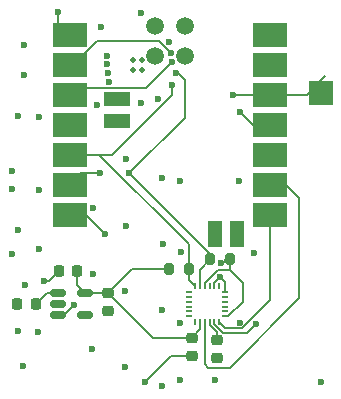
<source format=gbr>
%TF.GenerationSoftware,KiCad,Pcbnew,9.0.4*%
%TF.CreationDate,2025-11-03T10:18:42-05:00*%
%TF.ProjectId,Perpetuality,50657270-6574-4756-916c-6974792e6b69,rev?*%
%TF.SameCoordinates,Original*%
%TF.FileFunction,Copper,L1,Top*%
%TF.FilePolarity,Positive*%
%FSLAX46Y46*%
G04 Gerber Fmt 4.6, Leading zero omitted, Abs format (unit mm)*
G04 Created by KiCad (PCBNEW 9.0.4) date 2025-11-03 10:18:42*
%MOMM*%
%LPD*%
G01*
G04 APERTURE LIST*
G04 Aperture macros list*
%AMRoundRect*
0 Rectangle with rounded corners*
0 $1 Rounding radius*
0 $2 $3 $4 $5 $6 $7 $8 $9 X,Y pos of 4 corners*
0 Add a 4 corners polygon primitive as box body*
4,1,4,$2,$3,$4,$5,$6,$7,$8,$9,$2,$3,0*
0 Add four circle primitives for the rounded corners*
1,1,$1+$1,$2,$3*
1,1,$1+$1,$4,$5*
1,1,$1+$1,$6,$7*
1,1,$1+$1,$8,$9*
0 Add four rect primitives between the rounded corners*
20,1,$1+$1,$2,$3,$4,$5,0*
20,1,$1+$1,$4,$5,$6,$7,0*
20,1,$1+$1,$6,$7,$8,$9,0*
20,1,$1+$1,$8,$9,$2,$3,0*%
G04 Aperture macros list end*
%TA.AperFunction,SMDPad,CuDef*%
%ADD10R,2.000000X2.000000*%
%TD*%
%TA.AperFunction,SMDPad,CuDef*%
%ADD11RoundRect,0.050000X-0.225000X-0.050000X0.225000X-0.050000X0.225000X0.050000X-0.225000X0.050000X0*%
%TD*%
%TA.AperFunction,SMDPad,CuDef*%
%ADD12RoundRect,0.050000X0.050000X-0.225000X0.050000X0.225000X-0.050000X0.225000X-0.050000X-0.225000X0*%
%TD*%
%TA.AperFunction,SMDPad,CuDef*%
%ADD13RoundRect,0.200000X-0.200000X-0.275000X0.200000X-0.275000X0.200000X0.275000X-0.200000X0.275000X0*%
%TD*%
%TA.AperFunction,SMDPad,CuDef*%
%ADD14RoundRect,0.225000X-0.250000X0.225000X-0.250000X-0.225000X0.250000X-0.225000X0.250000X0.225000X0*%
%TD*%
%TA.AperFunction,SMDPad,CuDef*%
%ADD15RoundRect,0.150000X-0.512500X-0.150000X0.512500X-0.150000X0.512500X0.150000X-0.512500X0.150000X0*%
%TD*%
%TA.AperFunction,SMDPad,CuDef*%
%ADD16RoundRect,0.225000X0.225000X0.250000X-0.225000X0.250000X-0.225000X-0.250000X0.225000X-0.250000X0*%
%TD*%
%TA.AperFunction,SMDPad,CuDef*%
%ADD17R,3.000000X2.000000*%
%TD*%
%TA.AperFunction,SMDPad,CuDef*%
%ADD18RoundRect,0.750000X-0.000010X-0.000010X0.000010X-0.000010X0.000010X0.000010X-0.000010X0.000010X0*%
%TD*%
%TA.AperFunction,SMDPad,CuDef*%
%ADD19R,1.300000X2.300000*%
%TD*%
%TA.AperFunction,SMDPad,CuDef*%
%ADD20R,2.300000X1.300000*%
%TD*%
%TA.AperFunction,SMDPad,CuDef*%
%ADD21RoundRect,0.200000X0.200000X0.275000X-0.200000X0.275000X-0.200000X-0.275000X0.200000X-0.275000X0*%
%TD*%
%TA.AperFunction,ComponentPad*%
%ADD22C,0.508000*%
%TD*%
%TA.AperFunction,ViaPad*%
%ADD23C,0.600000*%
%TD*%
%TA.AperFunction,Conductor*%
%ADD24C,0.200000*%
%TD*%
G04 APERTURE END LIST*
D10*
%TO.P,J1,1,Pin_1*%
%TO.N,3V3*%
X80462500Y-71945000D03*
%TD*%
D11*
%TO.P,U3,1,NC*%
%TO.N,unconnected-(U3-NC-Pad1)*%
X69300000Y-88800000D03*
%TO.P,U3,2,NC*%
%TO.N,unconnected-(U3-NC-Pad2)*%
X69300000Y-89200000D03*
%TO.P,U3,3,NC*%
%TO.N,unconnected-(U3-NC-Pad3)*%
X69300000Y-89600000D03*
%TO.P,U3,4,NC*%
%TO.N,unconnected-(U3-NC-Pad4)*%
X69300000Y-90000000D03*
%TO.P,U3,5,NC*%
%TO.N,unconnected-(U3-NC-Pad5)*%
X69300000Y-90400000D03*
%TO.P,U3,6,NC*%
%TO.N,unconnected-(U3-NC-Pad6)*%
X69300000Y-90800000D03*
D12*
%TO.P,U3,7,AUX_CL*%
%TO.N,unconnected-(U3-AUX_CL-Pad7)*%
X69800000Y-91300000D03*
%TO.P,U3,8,VDDIO*%
%TO.N,1V8*%
X70200000Y-91300000D03*
%TO.P,U3,9,SDO/AD0*%
%TO.N,AD0*%
X70600000Y-91300000D03*
%TO.P,U3,10,REGOUT*%
%TO.N,Net-(U3-REGOUT)*%
X71000000Y-91300000D03*
%TO.P,U3,11,FSYNC*%
%TO.N,FSYNC*%
X71400000Y-91300000D03*
%TO.P,U3,12,INT1*%
%TO.N,INT1*%
X71800000Y-91300000D03*
D11*
%TO.P,U3,13,VDD*%
%TO.N,1V8*%
X72300000Y-90800000D03*
%TO.P,U3,14,NC*%
%TO.N,unconnected-(U3-NC-Pad14)*%
X72300000Y-90400000D03*
%TO.P,U3,15,NC*%
%TO.N,unconnected-(U3-NC-Pad15)*%
X72300000Y-90000000D03*
%TO.P,U3,16,NC*%
%TO.N,unconnected-(U3-NC-Pad16)*%
X72300000Y-89600000D03*
%TO.P,U3,17,NC*%
%TO.N,unconnected-(U3-NC-Pad17)*%
X72300000Y-89200000D03*
%TO.P,U3,18,GND*%
%TO.N,GNDD*%
X72300000Y-88800000D03*
D12*
%TO.P,U3,19,RESV*%
%TO.N,unconnected-(U3-RESV-Pad19)*%
X71800000Y-88300000D03*
%TO.P,U3,20,GND*%
%TO.N,GNDD*%
X71400000Y-88300000D03*
%TO.P,U3,21,AUX_DA*%
%TO.N,unconnected-(U3-AUX_DA-Pad21)*%
X71000000Y-88300000D03*
%TO.P,U3,22,~{CS}*%
%TO.N,1V8*%
X70600000Y-88300000D03*
%TO.P,U3,23,SCL/SCLK*%
%TO.N,SCL*%
X70200000Y-88300000D03*
%TO.P,U3,24,SDA/SDI*%
%TO.N,SDA*%
X69800000Y-88300000D03*
%TD*%
D13*
%TO.P,R8,1*%
%TO.N,SCL*%
X71075000Y-86000000D03*
%TO.P,R8,2*%
%TO.N,1V8*%
X72725000Y-86000000D03*
%TD*%
D14*
%TO.P,C3,1*%
%TO.N,1V8*%
X69500000Y-92625000D03*
%TO.P,C3,2*%
%TO.N,GNDD*%
X69500000Y-94175000D03*
%TD*%
D15*
%TO.P,U2,1,IN*%
%TO.N,3V3*%
X58162500Y-88850000D03*
%TO.P,U2,2,GND*%
%TO.N,GNDD*%
X58162500Y-89800000D03*
%TO.P,U2,3,EN*%
%TO.N,EN*%
X58162500Y-90750000D03*
%TO.P,U2,4,PG*%
%TO.N,unconnected-(U2-PG-Pad4)*%
X60437500Y-90750000D03*
%TO.P,U2,5,OUT*%
%TO.N,1V8*%
X60437500Y-88850000D03*
%TD*%
D16*
%TO.P,C4,1*%
%TO.N,1V8*%
X59775000Y-87000000D03*
%TO.P,C4,2*%
%TO.N,GNDD*%
X58225000Y-87000000D03*
%TD*%
D17*
%TO.P,U1,1,P0.02_A0_D0*%
%TO.N,A0*%
X59163500Y-66980000D03*
%TO.P,U1,2,P0.03_A1_D1*%
%TO.N,\u002ARESET*%
X59163500Y-69520000D03*
%TO.P,U1,3,P0.28_A2_D2*%
%TO.N,\u002AINT*%
X59163500Y-72060000D03*
%TO.P,U1,4,P0.29_A3_D3*%
%TO.N,unconnected-(U1-P0.29_A3_D3-Pad4)*%
X59163500Y-74600000D03*
%TO.P,U1,5,P0.04_A4_D4_SDA*%
%TO.N,SDA*%
X59163500Y-77140000D03*
%TO.P,U1,6,P0.05_A5_D5_SCL*%
%TO.N,SCL*%
X59163500Y-79680000D03*
%TO.P,U1,7,P1.11_D6_TX*%
%TO.N,FSYNC*%
X59163500Y-82220000D03*
%TO.P,U1,8,P1.12_D7_RX*%
%TO.N,INT1*%
X76163500Y-82220000D03*
%TO.P,U1,9,P1.13_D8_SCK*%
%TO.N,AD0*%
X76163500Y-79680000D03*
%TO.P,U1,10,P1.14_D9_MISO*%
%TO.N,unconnected-(U1-P1.14_D9_MISO-Pad10)*%
X76163500Y-77140000D03*
%TO.P,U1,11,P1.15_D10_MOSI*%
%TO.N,EN*%
X76163500Y-74600000D03*
%TO.P,U1,12,3V3*%
%TO.N,3V3*%
X76163500Y-72060000D03*
%TO.P,U1,13,GND*%
%TO.N,GNDD*%
X76163500Y-69520000D03*
%TO.P,U1,14,5V*%
%TO.N,5V*%
X76163500Y-66980000D03*
D18*
%TO.P,U1,15*%
%TO.N,N/C*%
X66393500Y-66210000D03*
%TO.P,U1,16*%
X68933500Y-66210000D03*
%TO.P,U1,17*%
X66393500Y-68750000D03*
%TO.P,U1,18*%
X68933500Y-68750000D03*
D19*
%TO.P,U1,19*%
X71463500Y-83850000D03*
%TO.P,U1,20*%
X73363500Y-83850000D03*
D20*
%TO.P,U1,21*%
X63163500Y-72400000D03*
%TO.P,U1,22*%
X63163500Y-74300000D03*
%TD*%
D14*
%TO.P,C5,1*%
%TO.N,Net-(U3-REGOUT)*%
X71600000Y-92825000D03*
%TO.P,C5,2*%
%TO.N,GNDD*%
X71600000Y-94375000D03*
%TD*%
D21*
%TO.P,R9,1*%
%TO.N,SDA*%
X69225000Y-86800000D03*
%TO.P,R9,2*%
%TO.N,1V8*%
X67575000Y-86800000D03*
%TD*%
D16*
%TO.P,C1,1*%
%TO.N,3V3*%
X56275000Y-89800000D03*
%TO.P,C1,2*%
%TO.N,GNDD*%
X54725000Y-89800000D03*
%TD*%
D14*
%TO.P,C2,1*%
%TO.N,1V8*%
X62400000Y-88825000D03*
%TO.P,C2,2*%
%TO.N,GNDD*%
X62400000Y-90375000D03*
%TD*%
D22*
%TO.P,U7,*%
%TO.N,*%
X65318889Y-69938699D03*
X64531489Y-69938699D03*
X64531489Y-69151299D03*
%TO.P,U7,GNDD*%
%TO.N,N/C*%
X65318889Y-69151299D03*
%TD*%
D23*
%TO.N,A0*%
X58200000Y-65100000D03*
%TO.N,3V3*%
X56450000Y-89800000D03*
X73000000Y-72050000D03*
%TO.N,GND*%
X56587500Y-80120000D03*
X56587500Y-85145000D03*
X63937500Y-77545000D03*
X54250000Y-80050000D03*
X63837500Y-95120000D03*
X71500000Y-96195000D03*
X56587500Y-73945000D03*
X63950000Y-83220000D03*
X73475000Y-79395000D03*
X61037500Y-93620000D03*
X61500000Y-72900000D03*
X74800000Y-85500000D03*
X54775000Y-73845000D03*
X56487500Y-92120000D03*
X54775000Y-92045000D03*
X61137500Y-81620000D03*
X68475000Y-91370000D03*
X54250000Y-85545000D03*
X73575000Y-91370000D03*
X63875000Y-88700000D03*
X68575000Y-85395000D03*
X61137500Y-87220000D03*
X68475000Y-79395000D03*
X68512500Y-96195000D03*
%TO.N,1V8*%
X72000000Y-86300000D03*
X62412500Y-88812500D03*
X67600000Y-67575000D03*
%TO.N,/EMG2/EMG_OUT*%
X54800000Y-83550000D03*
X62300000Y-69500000D03*
%TO.N,FSYNC*%
X74900000Y-91500000D03*
X62150000Y-83850000D03*
%TO.N,SCL*%
X64200000Y-78700000D03*
X61700000Y-78700000D03*
X68150000Y-70200000D03*
%TO.N,EN*%
X73600000Y-73500000D03*
X59500000Y-89900000D03*
%TO.N,SDA*%
X67800000Y-71200000D03*
%TO.N,5V*%
X76300000Y-67200000D03*
%TO.N,/EMG1/EMG_OUT*%
X54300000Y-78500000D03*
X62300000Y-68794998D03*
%TO.N,/EMG3/EMG_OUT*%
X55400000Y-88200000D03*
X62400000Y-70200000D03*
%TO.N,/EMG4/EMG_OUT*%
X55220000Y-95020000D03*
X62500000Y-71000000D03*
%TO.N,REF*%
X67075000Y-84745000D03*
X66975000Y-79145000D03*
X66975000Y-90325000D03*
X80462500Y-96420000D03*
X66975000Y-96720000D03*
%TO.N,\u002ARESET*%
X67750000Y-68500000D03*
%TO.N,\u002AINT*%
X67794999Y-69294999D03*
%TO.N,A0*%
X66600000Y-72400000D03*
%TO.N,GNDD*%
X76163500Y-69520000D03*
X55300000Y-67815000D03*
X65500000Y-96400000D03*
X61800000Y-66300000D03*
X55300000Y-70355000D03*
X62400000Y-90375000D03*
X54725000Y-89800000D03*
X57000000Y-87800000D03*
X65175000Y-65145000D03*
X65175252Y-72724748D03*
X58162500Y-89800000D03*
X71600000Y-94375000D03*
X71900000Y-87500000D03*
%TD*%
D24*
%TO.N,\u002ARESET*%
X67750000Y-68500000D02*
X66750000Y-67500000D01*
X66750000Y-67500000D02*
X61445500Y-67500000D01*
X61445500Y-67500000D02*
X59425500Y-69520000D01*
X59425500Y-69520000D02*
X59163500Y-69520000D01*
%TO.N,FSYNC*%
X71400000Y-91300000D02*
X71400000Y-91500000D01*
X71400000Y-91500000D02*
X72100000Y-92200000D01*
X74200000Y-92200000D02*
X74900000Y-91500000D01*
X72100000Y-92200000D02*
X74200000Y-92200000D01*
%TO.N,A0*%
X58200000Y-65100000D02*
X58200000Y-66016500D01*
X58200000Y-66016500D02*
X59163500Y-66980000D01*
%TO.N,\u002AINT*%
X67794999Y-69294999D02*
X65589998Y-71500000D01*
X65589998Y-71500000D02*
X59723500Y-71500000D01*
X59723500Y-71500000D02*
X59163500Y-72060000D01*
%TO.N,SCL*%
X68200000Y-70200000D02*
X68300000Y-70200000D01*
X68300000Y-70200000D02*
X68900000Y-70800000D01*
X68150000Y-70200000D02*
X68150000Y-70250000D01*
X68150000Y-70250000D02*
X68200000Y-70200000D01*
X68900000Y-70800000D02*
X68900000Y-74000000D01*
X68900000Y-74000000D02*
X64200000Y-78700000D01*
%TO.N,AD0*%
X70600000Y-91300000D02*
X70600000Y-94900000D01*
X78600000Y-80800000D02*
X77480000Y-79680000D01*
X78600000Y-89300000D02*
X78600000Y-80800000D01*
X70600000Y-94900000D02*
X70900000Y-95200000D01*
X70900000Y-95200000D02*
X72700000Y-95200000D01*
X72700000Y-95200000D02*
X78600000Y-89300000D01*
X77480000Y-79680000D02*
X76163500Y-79680000D01*
%TO.N,3V3*%
X56450000Y-89800000D02*
X56275000Y-89800000D01*
X57225000Y-88850000D02*
X58162500Y-88850000D01*
X73000000Y-72050000D02*
X74250000Y-72050000D01*
X79240000Y-72060000D02*
X76163500Y-72060000D01*
X56275000Y-89800000D02*
X57225000Y-88850000D01*
X74250000Y-72050000D02*
X74260000Y-72060000D01*
X80800000Y-70500000D02*
X79240000Y-72060000D01*
X74260000Y-72060000D02*
X76163500Y-72060000D01*
%TO.N,1V8*%
X62412500Y-88812500D02*
X62400000Y-88825000D01*
X70600000Y-88300000D02*
X70600000Y-88025000D01*
X73800000Y-89575000D02*
X73800000Y-87975000D01*
X72000000Y-86300000D02*
X72125000Y-86300000D01*
X72725000Y-86900000D02*
X72725000Y-86000000D01*
X66200000Y-92625000D02*
X62400000Y-88825000D01*
X62375000Y-88850000D02*
X62400000Y-88825000D01*
X71725000Y-86900000D02*
X72725000Y-86900000D01*
X60437500Y-88850000D02*
X62375000Y-88850000D01*
X72575000Y-90800000D02*
X73800000Y-89575000D01*
X70600000Y-88025000D02*
X71725000Y-86900000D01*
X73800000Y-87975000D02*
X72725000Y-86900000D01*
X69500000Y-92625000D02*
X66200000Y-92625000D01*
X72125000Y-86300000D02*
X72425000Y-86000000D01*
X64425000Y-86800000D02*
X62412500Y-88812500D01*
X72300000Y-90800000D02*
X72575000Y-90800000D01*
X70200000Y-91925000D02*
X70200000Y-91300000D01*
X59775000Y-87000000D02*
X59775000Y-88187500D01*
X59775000Y-88187500D02*
X60437500Y-88850000D01*
X72425000Y-86000000D02*
X72725000Y-86000000D01*
X67575000Y-86800000D02*
X64425000Y-86800000D01*
X69500000Y-92625000D02*
X70200000Y-91925000D01*
%TO.N,Net-(U3-REGOUT)*%
X71000000Y-91525000D02*
X71000000Y-91300000D01*
X71600000Y-92125000D02*
X71000000Y-91525000D01*
X71600000Y-92825000D02*
X71600000Y-92125000D01*
%TO.N,INT1*%
X76163500Y-89418698D02*
X73783298Y-91798900D01*
X76163500Y-82220000D02*
X76163500Y-89418698D01*
X73783298Y-91798900D02*
X72298900Y-91798900D01*
X72298900Y-91798900D02*
X71800000Y-91300000D01*
%TO.N,FSYNC*%
X62150000Y-83850000D02*
X60520000Y-82220000D01*
X60520000Y-82220000D02*
X59163500Y-82220000D01*
%TO.N,SCL*%
X61700000Y-78700000D02*
X60143500Y-78700000D01*
X71075000Y-86000000D02*
X71075000Y-85575000D01*
X71075000Y-85575000D02*
X64200000Y-78700000D01*
X70200000Y-88300000D02*
X70200000Y-86875000D01*
X70200000Y-86875000D02*
X71075000Y-86000000D01*
X60143500Y-78700000D02*
X59163500Y-79680000D01*
%TO.N,EN*%
X58162500Y-90750000D02*
X58650000Y-90750000D01*
X74700000Y-74600000D02*
X76163500Y-74600000D01*
X58650000Y-90750000D02*
X59500000Y-89900000D01*
X73600000Y-73500000D02*
X74700000Y-74600000D01*
%TO.N,SDA*%
X69225000Y-87725000D02*
X69225000Y-84725000D01*
X69225000Y-84725000D02*
X61640000Y-77140000D01*
X62760000Y-77140000D02*
X59163500Y-77140000D01*
X67800000Y-71200000D02*
X67800000Y-72100000D01*
X67800000Y-72100000D02*
X62760000Y-77140000D01*
X61640000Y-77140000D02*
X59163500Y-77140000D01*
X69800000Y-88300000D02*
X69225000Y-87725000D01*
%TO.N,GNDD*%
X71900000Y-87500000D02*
X72300000Y-87900000D01*
X71900000Y-87500000D02*
X71400000Y-88000000D01*
X57000000Y-87800000D02*
X57425000Y-87800000D01*
X71400000Y-88000000D02*
X71400000Y-88300000D01*
X57425000Y-87800000D02*
X58225000Y-87000000D01*
X65500000Y-96400000D02*
X67725000Y-94175000D01*
X72300000Y-87900000D02*
X72300000Y-88800000D01*
X67725000Y-94175000D02*
X69500000Y-94175000D01*
%TD*%
M02*

</source>
